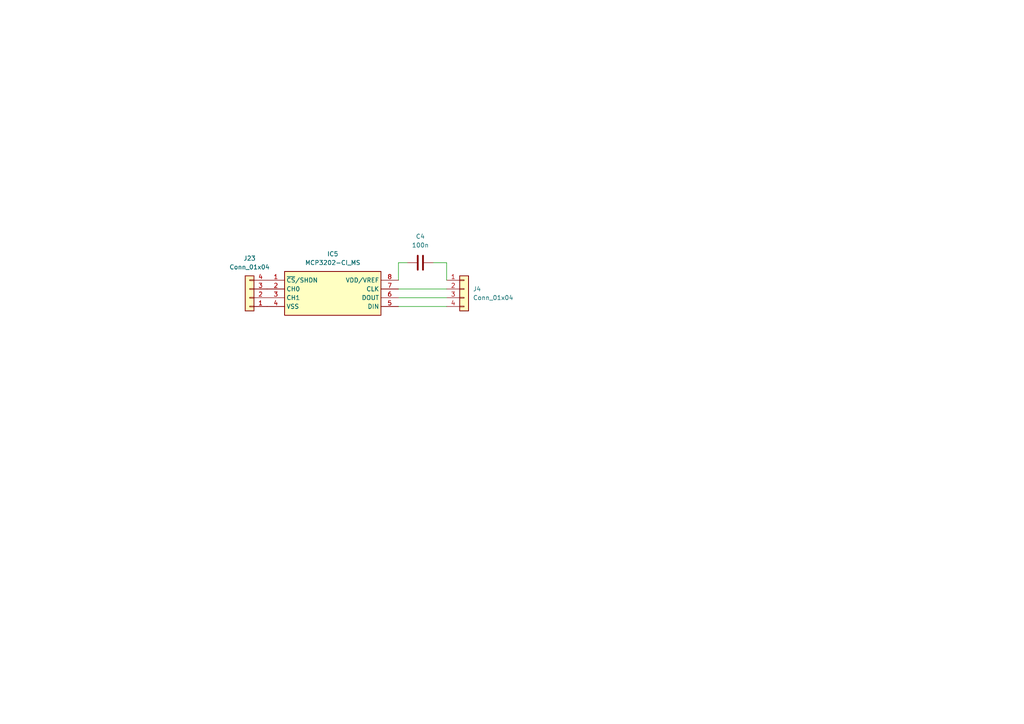
<source format=kicad_sch>
(kicad_sch (version 20250114) (generator "eeschema") (generator_version "9.0")
  (paper "A4")
  (lib_symbols
    (symbol "Connector_Generic:Conn_01x04" (pin_names (offset 1.016) (hide yes))
      (property "Reference" "J" (at 0 5.08 0))
      (property "Value" "Conn_01x04" (at 0 -7.62 0))
      (symbol "Conn_01x04_1_1"
        (rectangle (start -1.27 3.81) (end 1.27 -6.35) (stroke (width 0.254)) (fill (type background)))
        (rectangle (start -1.27 2.667) (end 0 2.413) (stroke (width 0.1524)))
        (rectangle (start -1.27 0.127) (end 0 -0.127) (stroke (width 0.1524)))
        (rectangle (start -1.27 -2.413) (end 0 -2.667) (stroke (width 0.1524)))
        (rectangle (start -1.27 -4.953) (end 0 -5.207) (stroke (width 0.1524)))
        (pin passive line (at -5.08 2.54 0) (length 3.81) (name "Pin_1") (number "1"))
        (pin passive line (at -5.08 0 0) (length 3.81) (name "Pin_2") (number "2"))
        (pin passive line (at -5.08 -2.54 0) (length 3.81) (name "Pin_3") (number "3"))
        (pin passive line (at -5.08 -5.08 0) (length 3.81) (name "Pin_4") (number "4"))
      )
    )
    (symbol "Device:C" (pin_numbers (hide yes)) (pin_names (offset 0.254))
      (property "Reference" "C" (at 0.635 2.54 0))
      (property "Value" "C" (at 0.635 -2.54 0))
      (symbol "C_0_1"
        (polyline (pts (xy -2.032 0.762) (xy 2.032 0.762)) (stroke (width 0.508)))
        (polyline (pts (xy -2.032 -0.762) (xy 2.032 -0.762)) (stroke (width 0.508)))
      )
      (symbol "C_1_1"
        (pin passive line (at 0 3.81 270) (length 2.794) (name "~") (number "1"))
        (pin passive line (at 0 -3.81 90) (length 2.794) (name "~") (number "2"))
      )
    )
    (symbol "MCP3202-CI_MS:MCP3202-CI_MS"
      (property "Reference" "IC" (at 34.29 7.62 0))
      (property "Value" "MCP3202-CI_MS" (at 34.29 5.08 0))
      (symbol "MCP3202-CI_MS_1_1"
        (rectangle (start 5.08 2.54) (end 33.02 -10.16) (stroke (width 0.254)) (fill (type background)))
        (pin passive line (at 0 0 0) (length 5.08) (name "~{CS}/SHDN") (number "1"))
        (pin passive line (at 0 -2.54 0) (length 5.08) (name "CH0") (number "2"))
        (pin passive line (at 0 -5.08 0) (length 5.08) (name "CH1") (number "3"))
        (pin passive line (at 0 -7.62 0) (length 5.08) (name "VSS") (number "4"))
        (pin passive line (at 38.1 0 180) (length 5.08) (name "VDD/VREF") (number "8"))
        (pin passive line (at 38.1 -2.54 180) (length 5.08) (name "CLK") (number "7"))
        (pin passive line (at 38.1 -5.08 180) (length 5.08) (name "DOUT") (number "6"))
        (pin passive line (at 38.1 -7.62 180) (length 5.08) (name "DIN") (number "5"))
      )
    )
  )
  (wire (pts (xy 129.54 86.36) (xy 115.57 86.36)))
  (wire (pts (xy 129.54 88.9) (xy 115.57 88.9)))
  (wire (pts (xy 115.57 76.2) (xy 118.11 76.2)))
  (wire (pts (xy 115.57 81.28) (xy 115.57 76.2)))
  (wire (pts (xy 129.54 83.82) (xy 115.57 83.82)))
  (wire (pts (xy 125.73 76.2) (xy 129.54 76.2)))
  (wire (pts (xy 129.54 76.2) (xy 129.54 81.28)))
  (symbol (lib_id "Connector_Generic:Conn_01x04") (at 134.62 83.82 0) (unit 1)
    (property "Reference" "J4" (at 137.16 83.8199 0) (effects (justify left)))
    (property "Value" "Conn_01x04" (at 137.16 86.3599 0) (effects (justify left)))
    (property "Footprint" "Connector_PinHeader_2.54mm:PinHeader_1x04_P2.54mm_Vertical" (effects (hide yes)))
    (property "Description" "Generic connector, single row, 01x04, script generated (kicad-library-utils/schlib/autogen/connector/)" (effects (hide yes)))
  )
  (symbol (lib_id "Device:C") (at 121.92 76.2 90) (unit 1)
    (property "Reference" "C4" (at 121.92 68.58 90))
    (property "Value" "100n" (at 121.92 71.12 90))
    (property "Footprint" "Capacitor_SMD:C_1808_4520Metric" (effects (hide yes)))
    (property "Description" "Unpolarized capacitor" (effects (hide yes)))
  )
  (symbol (lib_id "Connector_Generic:Conn_01x04") (at 72.39 86.36 180) (unit 1)
    (property "Reference" "J23" (at 72.39 74.93 0))
    (property "Value" "Conn_01x04" (at 72.39 77.47 0))
    (property "Footprint" "Connector_PinHeader_2.54mm:PinHeader_1x04_P2.54mm_Vertical" (effects (hide yes)))
    (property "Description" "Generic connector, single row, 01x04, script generated (kicad-library-utils/schlib/autogen/connector/)" (effects (hide yes)))
  )
  (symbol (lib_id "MCP3202-CI_MS:MCP3202-CI_MS") (at 77.47 81.28 0) (unit 1)
    (property "Reference" "IC5" (at 96.52 73.66 0))
    (property "Value" "MCP3202-CI_MS" (at 96.52 76.2 0))
    (property "Footprint" "footprints:SOP65P490X110-8N" (effects (hide yes)))
    (property "Datasheet" "https://componentsearchengine.com/Datasheets/2/MCP3202-CI_MS.pdf" (effects (hide yes)))
    (property "Description" "MICROCHIP - MCP3202-CI/MS - Analogue to Digital Converter, 12 bit, 100 kSPS, Pseudo Differential, Single Ended, SPI, Single" (effects (hide yes)))
    (property "Height" "1.1" (effects (hide yes)))
    (property "Mouser Part Number" "579-MCP3202-CI/MS" (effects (hide yes)))
    (property "Mouser Price/Stock" "https://www.mouser.co.uk/ProductDetail/Microchip-Technology/MCP3202-CI-MS?qs=iwvYsH9bSFaHcyBBInvaBA%3D%3D" (effects (hide yes)))
    (property "Manufacturer_Name" "Microchip" (effects (hide yes)))
    (property "Manufacturer_Part_Number" "MCP3202-CI/MS" (effects (hide yes)))
  )
)
</source>
